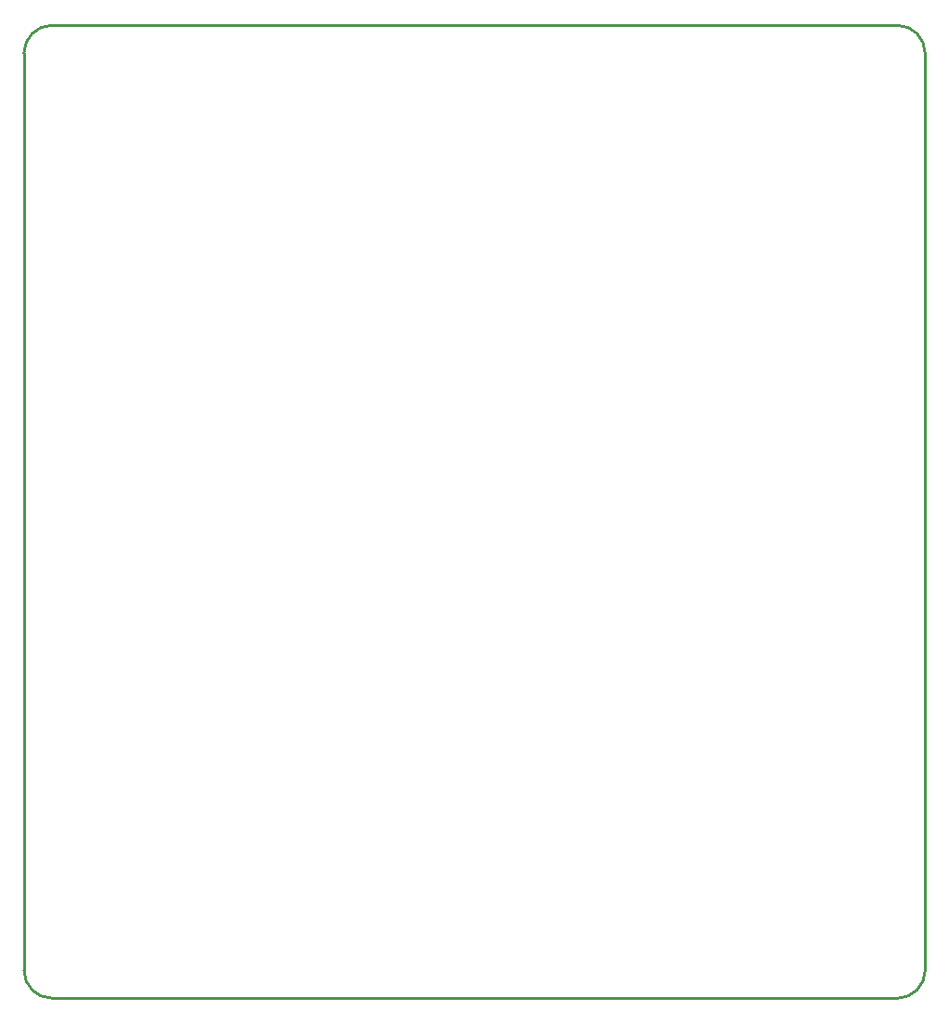
<source format=gbr>
%TF.GenerationSoftware,Altium Limited,Altium Designer,20.0.11 (256)*%
G04 Layer_Color=32896*
%FSLAX26Y26*%
%MOIN*%
%TF.FileFunction,Other,Board*%
%TF.Part,Single*%
G01*
G75*
%TA.AperFunction,NonConductor*%
%ADD113C,0.010000*%
D113*
X3235000Y3390000D02*
G03*
X3135000Y3490000I-100000J0D01*
G01*
X100000D02*
G03*
X0Y3390000I0J-100000D01*
G01*
Y100000D02*
G03*
X100000Y0I100000J-0D01*
G01*
X3135000Y0D02*
G03*
X3235000Y100000I0J100000D01*
G01*
X3235000D02*
Y3390000D01*
X100000Y3490000D02*
X3135000D01*
X0Y100000D02*
Y3390000D01*
X100000Y0D02*
X3135000D01*
%TF.MD5,e7f6b6d523ac574f37363e702234c6b4*%
M02*

</source>
